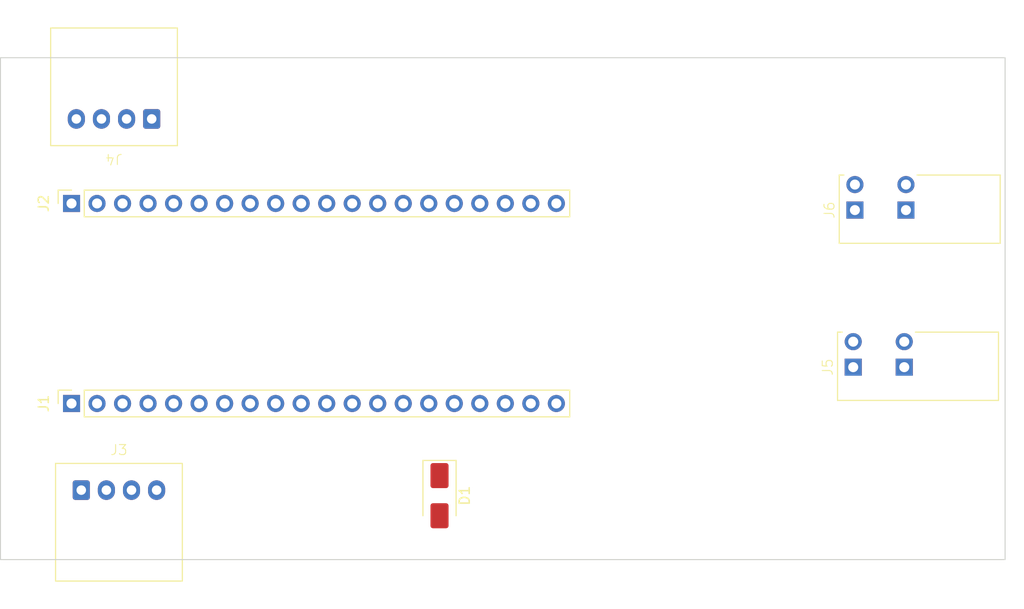
<source format=kicad_pcb>
(kicad_pcb (version 20221018) (generator pcbnew)
  (layers (0 "F.Cu" signal) (31 "B.Cu" signal) (34 "B.Paste" user) (35 "F.Paste" user) (36 "B.SilkS" user "B.Silkscreen") (37 "F.SilkS" user "F.Silkscreen") (38 "B.Mask" user) (39 "F.Mask" user) (44 "Edge.Cuts" user))
  (net 0 "")
  (net 1 "/PB12")
  (net 2 "/PB13")
  (net 3 "/PB14")
  (net 4 "/PB15")
  (net 5 "/PA8")
  (net 6 "/PA9")
  (net 7 "/PA10")
  (net 8 "/CANL")
  (net 9 "/CANH")
  (net 10 "/PA15")
  (net 11 "/PB3")
  (net 12 "/PB4")
  (net 13 "/PB5")
  (net 14 "/PB6")
  (net 15 "/PB7")
  (net 16 "/PB8")
  (net 17 "/PB9")
  (net 18 "+5V")
  (net 19 "GND")
  (net 20 "+3.3V")
  (net 21 "/NRST")
  (net 22 "/PB11")
  (net 23 "/PB10")
  (net 24 "/PB1")
  (net 25 "/PB0")
  (net 26 "/PA7")
  (net 27 "/PA6")
  (net 28 "/PA5")
  (net 29 "/PA4")
  (net 30 "/PA3")
  (net 31 "/PA2")
  (net 32 "/PA1")
  (net 33 "/PA0")
  (net 36 "/PB2")
  (net 37 "/VBAT")
  (net 38 "Net-(D1-A)")
  (footprint "Speedy_Breakout:Molex_Mini-Lock_53426-0410_1x04_P2.50mm_Horizontal" (layer "F.Cu") (at 90.41 58.72 180)
    (fp_text reference "J4" (at 3.75 -4 180 unlocked) (layer "F.SilkS") (effects (font (thickness 0.1))))
    (fp_text value "Molex Mini-Lock 53426")
    (fp_rect (start -2.56 -2.66) (end 10.06 9.06) (stroke (width 0.12)) (fill none) (layer "F.SilkS"))
    (pad "1" thru_hole roundrect (at 0 0 180) (size 1.7 1.95) (drill 0.95) (layers "*.Cu" "*.Mask") (roundrect_rratio 0.147059) (net 38 "Net-(D1-A)"))
    (pad "2" thru_hole oval (at 2.5 0 180) (size 1.7 1.95) (drill 0.95) (layers "*.Cu" "*.Mask") (net 9 "/CANH"))
    (pad "3" thru_hole oval (at 5 0 180) (size 1.7 1.95) (drill 0.95) (layers "*.Cu" "*.Mask") (net 8 "/CANL"))
    (pad "4" thru_hole oval (at 7.5 0 180) (size 1.7 1.95) (drill 0.95) (layers "*.Cu" "*.Mask") (net 19 "GND"))
  )
  (footprint "Connector_PinSocket_2.54mm:PinSocket_1x20_P2.54mm_Vertical" (layer "F.Cu") (at 82.43 67.14 90)
    (fp_text reference "J2" (at 0 -2.77 90) (layer "F.SilkS"))
    (fp_text value "Pin Socket 1x20")
    (fp_line (start -1.33 1.27) (end -1.33 49.59) (stroke (width 0.12)) (layer "F.SilkS"))
    (fp_line (start -1.33 1.27) (end 1.33 1.27) (stroke (width 0.12)) (layer "F.SilkS"))
    (fp_line (start -1.33 49.59) (end 1.33 49.59) (stroke (width 0.12)) (layer "F.SilkS"))
    (fp_line (start 0 -1.33) (end 1.33 -1.33) (stroke (width 0.12)) (layer "F.SilkS"))
    (fp_line (start 1.33 -1.33) (end 1.33 0) (stroke (width 0.12)) (layer "F.SilkS"))
    (fp_line (start 1.33 1.27) (end 1.33 49.59) (stroke (width 0.12)) (layer "F.SilkS"))
    (pad "1" thru_hole rect (at 0 0 90) (size 1.7 1.7) (drill 1) (layers "*.Cu" "*.Mask") (net 19 "GND"))
    (pad "2" thru_hole oval (at 0 2.54 90) (size 1.7 1.7) (drill 1) (layers "*.Cu" "*.Mask") (net 19 "GND"))
    (pad "3" thru_hole oval (at 0 5.08 90) (size 1.7 1.7) (drill 1) (layers "*.Cu" "*.Mask") (net 20 "+3.3V"))
    (pad "4" thru_hole oval (at 0 7.62 90) (size 1.7 1.7) (drill 1) (layers "*.Cu" "*.Mask") (net 21 "/NRST"))
    (pad "5" thru_hole oval (at 0 10.16 90) (size 1.7 1.7) (drill 1) (layers "*.Cu" "*.Mask") (net 22 "/PB11"))
    (pad "6" thru_hole oval (at 0 12.7 90) (size 1.7 1.7) (drill 1) (layers "*.Cu" "*.Mask") (net 23 "/PB10"))
    (pad "7" thru_hole oval (at 0 15.24 90) (size 1.7 1.7) (drill 1) (layers "*.Cu" "*.Mask") (net 24 "/PB1"))
    (pad "8" thru_hole oval (at 0 17.78 90) (size 1.7 1.7) (drill 1) (layers "*.Cu" "*.Mask") (net 25 "/PB0"))
    (pad "9" thru_hole oval (at 0 20.32 90) (size 1.7 1.7) (drill 1) (layers "*.Cu" "*.Mask") (net 26 "/PA7"))
    (pad "10" thru_hole oval (at 0 22.86 90) (size 1.7 1.7) (drill 1) (layers "*.Cu" "*.Mask") (net 27 "/PA6"))
    (pad "11" thru_hole oval (at 0 25.4 90) (size 1.7 1.7) (drill 1) (layers "*.Cu" "*.Mask") (net 28 "/PA5"))
    (pad "12" thru_hole oval (at 0 27.94 90) (size 1.7 1.7) (drill 1) (layers "*.Cu" "*.Mask") (net 29 "/PA4"))
    (pad "13" thru_hole oval (at 0 30.48 90) (size 1.7 1.7) (drill 1) (layers "*.Cu" "*.Mask") (net 30 "/PA3"))
    (pad "14" thru_hole oval (at 0 33.02 90) (size 1.7 1.7) (drill 1) (layers "*.Cu" "*.Mask") (net 31 "/PA2"))
    (pad "15" thru_hole oval (at 0 35.56 90) (size 1.7 1.7) (drill 1) (layers "*.Cu" "*.Mask") (net 32 "/PA1"))
    (pad "16" thru_hole oval (at 0 38.1 90) (size 1.7 1.7) (drill 1) (layers "*.Cu" "*.Mask") (net 33 "/PA0"))
    (pad "17" thru_hole oval (at 0 40.64 90) (size 1.7 1.7) (drill 1) (layers "*.Cu" "*.Mask"))
    (pad "18" thru_hole oval (at 0 43.18 90) (size 1.7 1.7) (drill 1) (layers "*.Cu" "*.Mask"))
    (pad "19" thru_hole oval (at 0 45.72 90) (size 1.7 1.7) (drill 1) (layers "*.Cu" "*.Mask") (net 36 "/PB2"))
    (pad "20" thru_hole oval (at 0 48.26 90) (size 1.7 1.7) (drill 1) (layers "*.Cu" "*.Mask") (net 37 "/VBAT"))
  )
  (footprint "Speedy_Breakout:Molex_Mini-Lock_53426-0410_1x04_P2.50mm_Horizontal" (layer "F.Cu") (at 83.4 95.7)
    (fp_text reference "J3" (at 3.75 -4 unlocked) (layer "F.SilkS") (effects (font (thickness 0.1))))
    (fp_text value "Molex Mini-Lock 53426")
    (fp_rect (start -2.56 -2.66) (end 10.06 9.06) (stroke (width 0.12)) (fill none) (layer "F.SilkS"))
    (pad "1" thru_hole roundrect (at 0 0) (size 1.7 1.95) (drill 0.95) (layers "*.Cu" "*.Mask") (roundrect_rratio 0.147059) (net 38 "Net-(D1-A)"))
    (pad "2" thru_hole oval (at 2.5 0) (size 1.7 1.95) (drill 0.95) (layers "*.Cu" "*.Mask") (net 9 "/CANH"))
    (pad "3" thru_hole oval (at 5 0) (size 1.7 1.95) (drill 0.95) (layers "*.Cu" "*.Mask") (net 8 "/CANL"))
    (pad "4" thru_hole oval (at 7.5 0) (size 1.7 1.95) (drill 0.95) (layers "*.Cu" "*.Mask") (net 19 "GND"))
  )
  (footprint "Speedy_Breakout:TerminalBlock_CUI_TBL009-254-02_1x04_P2.54mm_Horizontal" (layer "F.Cu") (at 160.41 67.8 90)
    (fp_text reference "J6" (at 0 -2.54 90 unlocked) (layer "F.SilkS") (effects (font (thickness 0.1))))
    (fp_text value "CUI TBL009-254")
    (fp_line (start -3.31 -1.56) (end 3.49 -1.56) (stroke (width 0.12)) (layer "F.SilkS"))
    (fp_line (start -3.31 14.46) (end -3.31 -1.56) (stroke (width 0.12)) (layer "F.SilkS"))
    (fp_line (start 3.49 -1.56) (end 3.49 -1.1) (stroke (width 0.12)) (layer "F.SilkS"))
    (fp_line (start 3.49 14.46) (end -3.31 14.46) (stroke (width 0.12)) (layer "F.SilkS"))
    (fp_line (start 3.49 14.46) (end 3.49 6.19) (stroke (width 0.12)) (layer "F.SilkS"))
    (pad "1" thru_hole rect (at 0 0 90) (size 1.7 1.7) (drill 1) (layers "*.Cu" "*.Mask"))
    (pad "1" thru_hole rect (at 0 5.08 90) (size 1.7 1.7) (drill 1) (layers "*.Cu" "*.Mask"))
    (pad "2" thru_hole circle (at 2.54 0 90) (size 1.7 1.7) (drill 1) (layers "*.Cu" "*.Mask"))
    (pad "2" thru_hole circle (at 2.54 5.08 90) (size 1.7 1.7) (drill 1) (layers "*.Cu" "*.Mask"))
  )
  (footprint "Connector_PinSocket_2.54mm:PinSocket_1x20_P2.54mm_Vertical" (layer "F.Cu") (at 82.43 87.07 90)
    (fp_text reference "J1" (at 0 -2.77 90) (layer "F.SilkS"))
    (fp_text value "Pin Socket 1x20")
    (fp_line (start -1.33 1.27) (end -1.33 49.59) (stroke (width 0.12)) (layer "F.SilkS"))
    (fp_line (start -1.33 1.27) (end 1.33 1.27) (stroke (width 0.12)) (layer "F.SilkS"))
    (fp_line (start -1.33 49.59) (end 1.33 49.59) (stroke (width 0.12)) (layer "F.SilkS"))
    (fp_line (start 0 -1.33) (end 1.33 -1.33) (stroke (width 0.12)) (layer "F.SilkS"))
    (fp_line (start 1.33 -1.33) (end 1.33 0) (stroke (width 0.12)) (layer "F.SilkS"))
    (fp_line (start 1.33 1.27) (end 1.33 49.59) (stroke (width 0.12)) (layer "F.SilkS"))
    (pad "1" thru_hole rect (at 0 0 90) (size 1.7 1.7) (drill 1) (layers "*.Cu" "*.Mask") (net 1 "/PB12"))
    (pad "2" thru_hole oval (at 0 2.54 90) (size 1.7 1.7) (drill 1) (layers "*.Cu" "*.Mask") (net 2 "/PB13"))
    (pad "3" thru_hole oval (at 0 5.08 90) (size 1.7 1.7) (drill 1) (layers "*.Cu" "*.Mask") (net 3 "/PB14"))
    (pad "4" thru_hole oval (at 0 7.62 90) (size 1.7 1.7) (drill 1) (layers "*.Cu" "*.Mask") (net 4 "/PB15"))
    (pad "5" thru_hole oval (at 0 10.16 90) (size 1.7 1.7) (drill 1) (layers "*.Cu" "*.Mask") (net 5 "/PA8"))
    (pad "6" thru_hole oval (at 0 12.7 90) (size 1.7 1.7) (drill 1) (layers "*.Cu" "*.Mask") (net 6 "/PA9"))
    (pad "7" thru_hole oval (at 0 15.24 90) (size 1.7 1.7) (drill 1) (layers "*.Cu" "*.Mask") (net 7 "/PA10"))
    (pad "8" thru_hole oval (at 0 17.78 90) (size 1.7 1.7) (drill 1) (layers "*.Cu" "*.Mask") (net 8 "/CANL"))
    (pad "9" thru_hole oval (at 0 20.32 90) (size 1.7 1.7) (drill 1) (layers "*.Cu" "*.Mask") (net 9 "/CANH"))
    (pad "10" thru_hole oval (at 0 22.86 90) (size 1.7 1.7) (drill 1) (layers "*.Cu" "*.Mask") (net 10 "/PA15"))
    (pad "11" thru_hole oval (at 0 25.4 90) (size 1.7 1.7) (drill 1) (layers "*.Cu" "*.Mask") (net 11 "/PB3"))
    (pad "12" thru_hole oval (at 0 27.94 90) (size 1.7 1.7) (drill 1) (layers "*.Cu" "*.Mask") (net 12 "/PB4"))
    (pad "13" thru_hole oval (at 0 30.48 90) (size 1.7 1.7) (drill 1) (layers "*.Cu" "*.Mask") (net 13 "/PB5"))
    (pad "14" thru_hole oval (at 0 33.02 90) (size 1.7 1.7) (drill 1) (layers "*.Cu" "*.Mask") (net 14 "/PB6"))
    (pad "15" thru_hole oval (at 0 35.56 90) (size 1.7 1.7) (drill 1) (layers "*.Cu" "*.Mask") (net 15 "/PB7"))
    (pad "16" thru_hole oval (at 0 38.1 90) (size 1.7 1.7) (drill 1) (layers "*.Cu" "*.Mask") (net 16 "/PB8"))
    (pad "17" thru_hole oval (at 0 40.64 90) (size 1.7 1.7) (drill 1) (layers "*.Cu" "*.Mask") (net 17 "/PB9"))
    (pad "18" thru_hole oval (at 0 43.18 90) (size 1.7 1.7) (drill 1) (layers "*.Cu" "*.Mask") (net 18 "+5V"))
    (pad "19" thru_hole oval (at 0 45.72 90) (size 1.7 1.7) (drill 1) (layers "*.Cu" "*.Mask") (net 19 "GND"))
    (pad "20" thru_hole oval (at 0 48.26 90) (size 1.7 1.7) (drill 1) (layers "*.Cu" "*.Mask") (net 20 "+3.3V"))
  )
  (footprint "Diode_SMD:D_SMA" (layer "F.Cu") (at 119.06 96.2525 -90)
    (fp_text reference "D1" (at 0 -2.5 90) (layer "F.SilkS"))
    (fp_text value "D")
    (fp_line (start -3.51 -1.65) (end -3.51 1.65) (stroke (width 0.12)) (layer "F.SilkS"))
    (fp_line (start -3.51 -1.65) (end 2 -1.65) (stroke (width 0.12)) (layer "F.SilkS"))
    (fp_line (start -3.51 1.65) (end 2 1.65) (stroke (width 0.12)) (layer "F.SilkS"))
    (pad "1" smd roundrect (at -2 0 270) (size 2.5 1.8) (layers "F.Cu" "F.Paste" "F.Mask") (roundrect_rratio 0.1388888889) (net 18 "+5V"))
    (pad "2" smd roundrect (at 2 0 270) (size 2.5 1.8) (layers "F.Cu" "F.Paste" "F.Mask") (roundrect_rratio 0.1388888889) (net 38 "Net-(D1-A)"))
  )
  (footprint "Speedy_Breakout:TerminalBlock_CUI_TBL009-254-02_1x04_P2.54mm_Horizontal" (layer "F.Cu") (at 160.24 83.45 90)
    (fp_text reference "J5" (at 0 -2.54 90 unlocked) (layer "F.SilkS") (effects (font (thickness 0.1))))
    (fp_text value "CUI TLB009-254")
    (fp_line (start -3.31 -1.56) (end 3.49 -1.56) (stroke (width 0.12)) (layer "F.SilkS"))
    (fp_line (start -3.31 14.46) (end -3.31 -1.56) (stroke (width 0.12)) (layer "F.SilkS"))
    (fp_line (start 3.49 -1.56) (end 3.49 -1.1) (stroke (width 0.12)) (layer "F.SilkS"))
    (fp_line (start 3.49 14.46) (end -3.31 14.46) (stroke (width 0.12)) (layer "F.SilkS"))
    (fp_line (start 3.49 14.46) (end 3.49 6.19) (stroke (width 0.12)) (layer "F.SilkS"))
    (pad "1" thru_hole rect (at 0 0 90) (size 1.7 1.7) (drill 1) (layers "*.Cu" "*.Mask"))
    (pad "1" thru_hole rect (at 0 5.08 90) (size 1.7 1.7) (drill 1) (layers "*.Cu" "*.Mask"))
    (pad "2" thru_hole circle (at 2.54 0 90) (size 1.7 1.7) (drill 1) (layers "*.Cu" "*.Mask"))
    (pad "2" thru_hole circle (at 2.54 5.08 90) (size 1.7 1.7) (drill 1) (layers "*.Cu" "*.Mask"))
  )
  (gr_rect (start 75.36 52.62) (end 175.36 102.62) (stroke (width 0.1)) (fill none) (layer "Edge.Cuts"))
)
</source>
